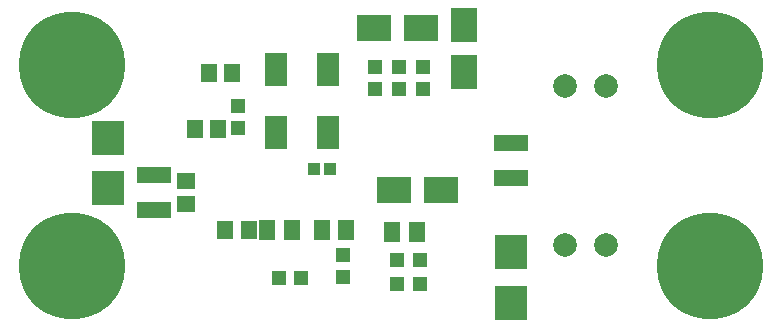
<source format=gts>
G04 #@! TF.FileFunction,Soldermask,Top*
%FSLAX46Y46*%
G04 Gerber Fmt 4.6, Leading zero omitted, Abs format (unit mm)*
G04 Created by KiCad (PCBNEW 4.0.7-e0-6372~58~ubuntu16.10.1) date Sun Sep 17 16:24:02 2017*
%MOMM*%
%LPD*%
G01*
G04 APERTURE LIST*
%ADD10C,0.100000*%
%ADD11R,2.200000X2.900000*%
%ADD12R,1.850000X0.850000*%
%ADD13R,2.700000X2.900000*%
%ADD14R,1.300000X1.300000*%
%ADD15C,9.000000*%
%ADD16C,1.100000*%
%ADD17C,2.000000*%
%ADD18R,1.400000X1.650000*%
%ADD19R,2.900000X1.400000*%
%ADD20R,1.650000X1.400000*%
%ADD21R,1.000000X1.100000*%
%ADD22R,2.900000X2.200000*%
%ADD23R,1.400000X1.700000*%
G04 APERTURE END LIST*
D10*
D11*
X39200000Y-6600000D03*
X39200000Y-2600000D03*
D12*
X27700000Y-12675000D03*
X27700000Y-12025000D03*
X27700000Y-11375000D03*
X27700000Y-10725000D03*
X23300000Y-10725000D03*
X23300000Y-11375000D03*
X23300000Y-12025000D03*
X23300000Y-12675000D03*
X27700000Y-7375000D03*
X27700000Y-6725000D03*
X27700000Y-6075000D03*
X27700000Y-5425000D03*
X23300000Y-5425000D03*
X23300000Y-6075000D03*
X23300000Y-6725000D03*
X23300000Y-7375000D03*
D13*
X43200000Y-21850000D03*
X43200000Y-26150000D03*
X9100000Y-12150000D03*
X9100000Y-16450000D03*
D14*
X20100000Y-11350000D03*
X20100000Y-9450000D03*
X33700000Y-8050000D03*
X33700000Y-6150000D03*
X35700000Y-8050000D03*
X35700000Y-6150000D03*
X31700000Y-6150000D03*
X31700000Y-8050000D03*
X35450000Y-22500000D03*
X33550000Y-22500000D03*
X29000000Y-22050000D03*
X29000000Y-23950000D03*
X33550000Y-24500000D03*
X35450000Y-24500000D03*
X25450000Y-24000000D03*
X23550000Y-24000000D03*
D15*
X60000000Y-6000000D03*
D16*
X63225000Y-6000000D03*
X62280419Y-8280419D03*
X60000000Y-9225000D03*
X57719581Y-8280419D03*
X56775000Y-6000000D03*
X57719581Y-3719581D03*
X60000000Y-2775000D03*
X62280419Y-3719581D03*
D15*
X6000000Y-6000000D03*
D16*
X9225000Y-6000000D03*
X8280419Y-8280419D03*
X6000000Y-9225000D03*
X3719581Y-8280419D03*
X2775000Y-6000000D03*
X3719581Y-3719581D03*
X6000000Y-2775000D03*
X8280419Y-3719581D03*
D15*
X60000000Y-23000000D03*
D16*
X63225000Y-23000000D03*
X62280419Y-25280419D03*
X60000000Y-26225000D03*
X57719581Y-25280419D03*
X56775000Y-23000000D03*
X57719581Y-20719581D03*
X60000000Y-19775000D03*
X62280419Y-20719581D03*
D15*
X6000000Y-23000000D03*
D16*
X9225000Y-23000000D03*
X8280419Y-25280419D03*
X6000000Y-26225000D03*
X3719581Y-25280419D03*
X2775000Y-23000000D03*
X3719581Y-20719581D03*
X6000000Y-19775000D03*
X8280419Y-20719581D03*
D17*
X47800000Y-21235000D03*
X51200000Y-21235000D03*
X47800000Y-7765000D03*
X51200000Y-7765000D03*
D18*
X19000000Y-20000000D03*
X21000000Y-20000000D03*
D19*
X13000000Y-15300000D03*
X13000000Y-18300000D03*
X43200000Y-15600000D03*
X43200000Y-12600000D03*
D18*
X16400000Y-11400000D03*
X18400000Y-11400000D03*
D20*
X15700000Y-15800000D03*
X15700000Y-17800000D03*
D18*
X19600000Y-6700000D03*
X17600000Y-6700000D03*
D21*
X27900000Y-14800000D03*
X26500000Y-14800000D03*
D22*
X33300000Y-16600000D03*
X37300000Y-16600000D03*
X31600000Y-2900000D03*
X35600000Y-2900000D03*
D23*
X22550000Y-20000000D03*
X24650000Y-20000000D03*
X27150000Y-20000000D03*
X29250000Y-20000000D03*
X35250000Y-20100000D03*
X33150000Y-20100000D03*
M02*

</source>
